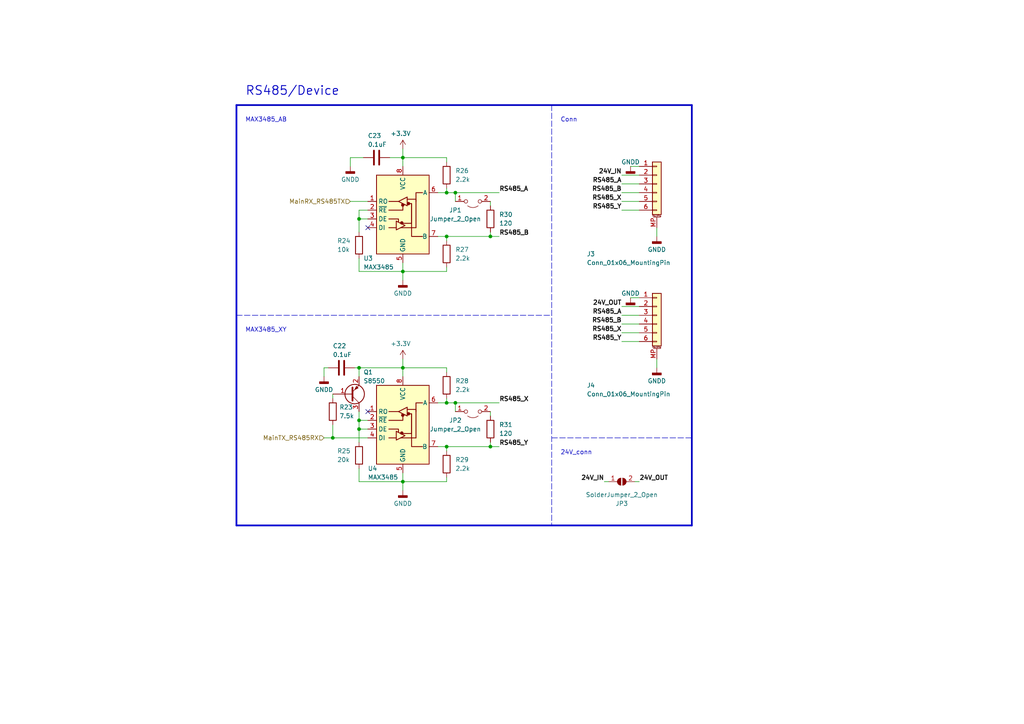
<source format=kicad_sch>
(kicad_sch (version 20230121) (generator eeschema)
  (paper "A4")
  (lib_symbols
    (symbol "Connector_Generic_MountingPin:Conn_01x06_MountingPin" (pin_names (offset 1.016) hide)
      (property "Reference" "J" (at 0 7.62 0))
      (property "Value" "Conn_01x06_MountingPin" (at 1.27 -10.16 0))
      (symbol "Conn_01x06_MountingPin_1_1"
        (rectangle (start -1.27 -7.493) (end 0 -7.747) (stroke (width 0.1524)))
        (rectangle (start -1.27 -4.953) (end 0 -5.207) (stroke (width 0.1524)))
        (rectangle (start -1.27 -2.413) (end 0 -2.667) (stroke (width 0.1524)))
        (rectangle (start -1.27 0.127) (end 0 -0.127) (stroke (width 0.1524)))
        (rectangle (start -1.27 2.667) (end 0 2.413) (stroke (width 0.1524)))
        (rectangle (start -1.27 5.207) (end 0 4.953) (stroke (width 0.1524)))
        (rectangle (start -1.27 6.35) (end 1.27 -8.89) (stroke (width 0.254)) (fill (type background)))
        (polyline (pts (xy -1.016 -9.652) (xy 1.016 -9.652)) (stroke (width 0.1524)))
        (text "Mounting" (at 0 -9.271 0) (effects (font (size 0.381 0.381))))
        (pin passive line (at -5.08 5.08 0) (length 3.81) (name "Pin_1") (number "1"))
        (pin passive line (at -5.08 2.54 0) (length 3.81) (name "Pin_2") (number "2"))
        (pin passive line (at -5.08 0 0) (length 3.81) (name "Pin_3") (number "3"))
        (pin passive line (at -5.08 -2.54 0) (length 3.81) (name "Pin_4") (number "4"))
        (pin passive line (at -5.08 -5.08 0) (length 3.81) (name "Pin_5") (number "5"))
        (pin passive line (at -5.08 -7.62 0) (length 3.81) (name "Pin_6") (number "6"))
        (pin passive line (at 0 -12.7 90) (length 3.048) (name "MountPin") (number "MP"))
      )
    )
    (symbol "Device:C" (pin_numbers hide) (pin_names (offset 0.254))
      (property "Reference" "C" (at 0.635 2.54 0))
      (property "Value" "C" (at 0.635 -2.54 0))
      (symbol "C_0_1"
        (polyline (pts (xy -2.032 -0.762) (xy 2.032 -0.762)) (stroke (width 0.508)))
        (polyline (pts (xy -2.032 0.762) (xy 2.032 0.762)) (stroke (width 0.508)))
      )
      (symbol "C_1_1"
        (pin passive line (at 0 3.81 270) (length 2.794) (name "~") (number "1"))
        (pin passive line (at 0 -3.81 90) (length 2.794) (name "~") (number "2"))
      )
    )
    (symbol "Device:Q_PNP_BEC" (pin_names (offset 0) hide)
      (property "Reference" "Q" (at 5.08 1.27 0))
      (property "Value" "Q_PNP_BEC" (at 5.08 -1.27 0))
      (symbol "Q_PNP_BEC_0_1"
        (polyline (pts (xy 0.635 0.635) (xy 2.54 2.54)))
        (polyline (pts (xy 0.635 -0.635) (xy 2.54 -2.54) (xy 2.54 -2.54)))
        (polyline (pts (xy 0.635 1.905) (xy 0.635 -1.905) (xy 0.635 -1.905)) (stroke (width 0.508)))
        (polyline (pts (xy 2.286 -1.778) (xy 1.778 -2.286) (xy 1.27 -1.27) (xy 2.286 -1.778) (xy 2.286 -1.778)) (fill (type outline)))
        (circle (center 1.27 0) (radius 2.8194) (stroke (width 0.254)))
      )
      (symbol "Q_PNP_BEC_1_1"
        (pin input line (at -5.08 0 0) (length 5.715) (name "B") (number "1"))
        (pin passive line (at 2.54 -5.08 90) (length 2.54) (name "E") (number "2"))
        (pin passive line (at 2.54 5.08 270) (length 2.54) (name "C") (number "3"))
      )
    )
    (symbol "Device:R" (pin_numbers hide) (pin_names (offset 0))
      (property "Reference" "R" (at 2.032 0 90))
      (property "Value" "R" (at 0 0 90))
      (symbol "R_0_1"
        (rectangle (start -1.016 -2.54) (end 1.016 2.54) (stroke (width 0.254)))
      )
      (symbol "R_1_1"
        (pin passive line (at 0 3.81 270) (length 1.27) (name "~") (number "1"))
        (pin passive line (at 0 -3.81 90) (length 1.27) (name "~") (number "2"))
      )
    )
    (symbol "Jumper:Jumper_2_Open" (pin_names (offset 0) hide)
      (property "Reference" "JP" (at 0 2.794 0))
      (property "Value" "Jumper_2_Open" (at 0 -2.286 0))
      (symbol "Jumper_2_Open_0_0"
        (circle (center -2.032 0) (radius 0.508))
        (circle (center 2.032 0) (radius 0.508))
      )
      (symbol "Jumper_2_Open_0_1"
        (arc (start 1.524 1.27) (mid 0 1.778) (end -1.524 1.27))
      )
      (symbol "Jumper_2_Open_1_1"
        (pin passive line (at -5.08 0 0) (length 2.54) (name "A") (number "1"))
        (pin passive line (at 5.08 0 180) (length 2.54) (name "B") (number "2"))
      )
    )
    (symbol "Jumper:SolderJumper_2_Open" (pin_names (offset 0) hide)
      (property "Reference" "JP" (at 0 2.032 0))
      (property "Value" "SolderJumper_2_Open" (at 0 -2.54 0))
      (symbol "SolderJumper_2_Open_0_1"
        (arc (start -0.254 1.016) (mid -1.2656 0) (end -0.254 -1.016))
        (arc (start -0.254 1.016) (mid -1.2656 0) (end -0.254 -1.016) (fill (type outline)))
        (polyline (pts (xy -0.254 1.016) (xy -0.254 -1.016)))
        (polyline (pts (xy 0.254 1.016) (xy 0.254 -1.016)))
        (arc (start 0.254 -1.016) (mid 1.2656 0) (end 0.254 1.016))
        (arc (start 0.254 -1.016) (mid 1.2656 0) (end 0.254 1.016) (fill (type outline)))
      )
      (symbol "SolderJumper_2_Open_1_1"
        (pin passive line (at -3.81 0 0) (length 2.54) (name "A") (number "1"))
        (pin passive line (at 3.81 0 180) (length 2.54) (name "B") (number "2"))
      )
    )
    (symbol "MAX3485_1"
      (property "Reference" "U?" (at 2.0194 15.24 0))
      (property "Value" "MAX3485" (at 2.0194 12.7 0))
      (symbol "MAX3485_1_0_1"
        (rectangle (start -7.62 10.16) (end 7.62 -12.7) (stroke (width 0.254)) (fill (type background)))
        (circle (center -0.3048 -3.683) (radius 0.3556) (stroke (width 0.254)) (fill (type outline)))
        (circle (center -0.0254 1.4986) (radius 0.3556) (stroke (width 0.254)) (fill (type outline)))
        (polyline (pts (xy -4.064 -5.08) (xy -1.905 -5.08)) (stroke (width 0.254)))
        (polyline (pts (xy -4.064 2.54) (xy -1.27 2.54)) (stroke (width 0.254)))
        (polyline (pts (xy -1.27 -3.2004) (xy -1.27 -3.4544)) (stroke (width 0.254)))
        (polyline (pts (xy -0.635 -5.08) (xy 3.81 -5.08)) (stroke (width 0.254)))
        (polyline (pts (xy -4.064 -2.54) (xy -1.27 -2.54) (xy -1.27 -3.175)) (stroke (width 0.254)))
        (polyline (pts (xy 0 1.27) (xy 0 0) (xy -4.064 0)) (stroke (width 0.254)))
        (polyline (pts (xy 1.27 3.175) (xy 3.81 3.175) (xy 3.81 -5.08)) (stroke (width 0.254)))
        (polyline (pts (xy 2.54 1.905) (xy 2.54 -3.81) (xy 0 -3.81)) (stroke (width 0.254)))
        (polyline (pts (xy -1.905 -3.175) (xy -1.905 -5.715) (xy 0.635 -4.445) (xy -1.905 -3.175)) (stroke (width 0.254)))
        (polyline (pts (xy -1.27 2.54) (xy 1.27 3.81) (xy 1.27 1.27) (xy -1.27 2.54)) (stroke (width 0.254)))
        (polyline (pts (xy 3.81 3.175) (xy 3.81 2.54) (xy 3.81 5.08) (xy 5.715 5.08)) (stroke (width 0.254)))
        (polyline (pts (xy 1.905 1.905) (xy 2.54 1.905) (xy 2.54 -3.81) (xy 2.54 -6.985) (xy 2.54 -7.62) (xy 5.08 -7.62) (xy 5.715 -7.62)) (stroke (width 0.254)))
        (rectangle (start 1.27 3.175) (end 1.27 3.175))
        (circle (center 1.651 1.905) (radius 0.3556) (stroke (width 0.254)) (fill (type outline)))
      )
      (symbol "MAX3485_1_1_1"
        (pin output line (at -10.16 2.54 0) (length 2.54) (name "RO") (number "1"))
        (pin input line (at -10.16 0 0) (length 2.54) (name "~{RE}") (number "2"))
        (pin input line (at -10.16 -2.54 0) (length 2.54) (name "DE") (number "3"))
        (pin input line (at -10.16 -5.08 0) (length 2.54) (name "DI") (number "4"))
        (pin power_in line (at 0 -15.24 90) (length 2.54) (name "GND") (number "5"))
        (pin bidirectional line (at 10.16 5.08 180) (length 2.54) (name "A") (number "6"))
        (pin bidirectional line (at 10.16 -7.62 180) (length 2.54) (name "B") (number "7"))
        (pin power_in line (at 0 12.7 270) (length 2.54) (name "VCC") (number "8"))
      )
    )
    (symbol "power:+3.3V" (power) (pin_names (offset 0))
      (property "Value" "+3.3V" (at 0 3.556 0))
      (symbol "+3.3V_0_1"
        (polyline (pts (xy -0.762 1.27) (xy 0 2.54)))
        (polyline (pts (xy 0 0) (xy 0 2.54)))
        (polyline (pts (xy 0 2.54) (xy 0.762 1.27)))
      )
      (symbol "+3.3V_1_1"
        (pin power_in line (at 0 0 90) (length 0) hide (name "+3.3V") (number "1"))
      )
    )
    (symbol "power:GNDD" (power) (pin_names (offset 0))
      (property "Value" "GNDD" (at 0 -3.175 0))
      (symbol "GNDD_0_1"
        (rectangle (start -1.27 -1.524) (end 1.27 -2.032) (stroke (width 0.254)) (fill (type outline)))
        (polyline (pts (xy 0 0) (xy 0 -1.524)))
      )
      (symbol "GNDD_1_1"
        (pin power_in line (at 0 0 270) (length 0) hide (name "GNDD") (number "1"))
      )
    )
  )
  (junction (at 129.54 116.84))
  (junction (at 142.24 129.54))
  (junction (at 116.84 78.74))
  (junction (at 129.54 55.88))
  (junction (at 129.54 68.58))
  (junction (at 142.24 68.58))
  (junction (at 129.54 129.54))
  (junction (at 104.14 63.5))
  (junction (at 116.84 45.72))
  (junction (at 104.14 106.68))
  (junction (at 116.84 106.68))
  (junction (at 132.08 116.84))
  (junction (at 96.52 127))
  (junction (at 104.14 124.46))
  (junction (at 132.08 55.88))
  (junction (at 116.84 139.7))
  (junction (at 104.14 121.92))
  (no_connect (at 106.68 119.38))
  (no_connect (at 106.68 66.04))
  (wire (pts (xy 116.84 139.7) (xy 129.54 139.7)))
  (wire (pts (xy 116.84 106.68) (xy 116.84 109.22)))
  (wire (pts (xy 116.84 139.7) (xy 116.84 142.24)))
  (wire (pts (xy 185.42 60.96) (xy 180.34 60.96)))
  (wire (pts (xy 93.98 106.68) (xy 95.25 106.68)))
  (polyline (pts (xy 68.58 91.44) (xy 160.02 91.44)) (stroke (width 0) (type dash)))
  (wire (pts (xy 116.84 137.16) (xy 116.84 139.7)))
  (wire (pts (xy 129.54 116.84) (xy 132.08 116.84)))
  (wire (pts (xy 132.08 116.84) (xy 132.08 119.38)))
  (wire (pts (xy 185.42 58.42) (xy 180.34 58.42)))
  (polyline (pts (xy 68.58 152.4) (xy 200.66 152.4)) (stroke (width 0.5) (type solid)))
  (wire (pts (xy 104.14 121.92) (xy 106.68 121.92)))
  (wire (pts (xy 104.14 109.22) (xy 104.14 106.68)))
  (wire (pts (xy 185.42 93.98) (xy 180.34 93.98)))
  (wire (pts (xy 185.42 91.44) (xy 180.34 91.44)))
  (wire (pts (xy 116.84 45.72) (xy 116.84 43.18)))
  (wire (pts (xy 142.24 129.54) (xy 144.78 129.54)))
  (wire (pts (xy 129.54 68.58) (xy 129.54 69.85)))
  (wire (pts (xy 184.15 139.7) (xy 185.42 139.7)))
  (wire (pts (xy 104.14 124.46) (xy 104.14 128.27)))
  (wire (pts (xy 104.14 139.7) (xy 116.84 139.7)))
  (wire (pts (xy 185.42 99.06) (xy 180.34 99.06)))
  (wire (pts (xy 142.24 128.27) (xy 142.24 129.54)))
  (wire (pts (xy 132.08 116.84) (xy 144.78 116.84)))
  (wire (pts (xy 104.14 63.5) (xy 104.14 67.31)))
  (wire (pts (xy 129.54 54.61) (xy 129.54 55.88)))
  (wire (pts (xy 104.14 60.96) (xy 106.68 60.96)))
  (wire (pts (xy 185.42 96.52) (xy 180.34 96.52)))
  (wire (pts (xy 185.42 55.88) (xy 180.34 55.88)))
  (wire (pts (xy 101.6 58.42) (xy 106.68 58.42)))
  (wire (pts (xy 104.14 121.92) (xy 104.14 124.46)))
  (polyline (pts (xy 160.02 127) (xy 200.66 127)) (stroke (width 0) (type dash)))
  (wire (pts (xy 127 55.88) (xy 129.54 55.88)))
  (wire (pts (xy 180.34 88.9) (xy 185.42 88.9)))
  (wire (pts (xy 129.54 115.57) (xy 129.54 116.84)))
  (wire (pts (xy 132.08 55.88) (xy 144.78 55.88)))
  (wire (pts (xy 104.14 124.46) (xy 106.68 124.46)))
  (polyline (pts (xy 68.58 30.48) (xy 68.58 152.4)) (stroke (width 0.5) (type solid)))
  (wire (pts (xy 129.54 55.88) (xy 132.08 55.88)))
  (wire (pts (xy 142.24 68.58) (xy 144.78 68.58)))
  (wire (pts (xy 190.5 104.14) (xy 190.5 106.68)))
  (wire (pts (xy 116.84 45.72) (xy 129.54 45.72)))
  (wire (pts (xy 101.6 45.72) (xy 105.41 45.72)))
  (polyline (pts (xy 200.66 30.48) (xy 68.58 30.48)) (stroke (width 0.5) (type solid)))
  (wire (pts (xy 185.42 86.36) (xy 182.88 86.36)))
  (wire (pts (xy 104.14 60.96) (xy 104.14 63.5)))
  (wire (pts (xy 129.54 68.58) (xy 142.24 68.58)))
  (wire (pts (xy 116.84 106.68) (xy 116.84 104.14)))
  (wire (pts (xy 93.98 109.22) (xy 93.98 106.68)))
  (wire (pts (xy 129.54 129.54) (xy 142.24 129.54)))
  (wire (pts (xy 185.42 48.26) (xy 182.88 48.26)))
  (wire (pts (xy 129.54 106.68) (xy 129.54 107.95)))
  (wire (pts (xy 129.54 77.47) (xy 129.54 78.74)))
  (wire (pts (xy 93.98 127) (xy 96.52 127)))
  (wire (pts (xy 104.14 74.93) (xy 104.14 78.74)))
  (polyline (pts (xy 200.66 152.4) (xy 200.66 30.48)) (stroke (width 0.5) (type solid)))
  (wire (pts (xy 142.24 58.42) (xy 142.24 59.69)))
  (wire (pts (xy 127 116.84) (xy 129.54 116.84)))
  (wire (pts (xy 104.14 119.38) (xy 104.14 121.92)))
  (wire (pts (xy 142.24 119.38) (xy 142.24 120.65)))
  (wire (pts (xy 129.54 129.54) (xy 129.54 130.81)))
  (wire (pts (xy 127 68.58) (xy 129.54 68.58)))
  (wire (pts (xy 190.5 66.04) (xy 190.5 68.58)))
  (wire (pts (xy 116.84 78.74) (xy 129.54 78.74)))
  (wire (pts (xy 116.84 76.2) (xy 116.84 78.74)))
  (wire (pts (xy 116.84 45.72) (xy 116.84 48.26)))
  (wire (pts (xy 180.34 50.8) (xy 185.42 50.8)))
  (wire (pts (xy 101.6 48.26) (xy 101.6 45.72)))
  (wire (pts (xy 116.84 78.74) (xy 116.84 81.28)))
  (wire (pts (xy 104.14 135.89) (xy 104.14 139.7)))
  (wire (pts (xy 102.87 106.68) (xy 104.14 106.68)))
  (wire (pts (xy 96.52 114.3) (xy 96.52 115.57)))
  (wire (pts (xy 185.42 53.34) (xy 180.34 53.34)))
  (wire (pts (xy 127 129.54) (xy 129.54 129.54)))
  (wire (pts (xy 104.14 106.68) (xy 116.84 106.68)))
  (wire (pts (xy 113.03 45.72) (xy 116.84 45.72)))
  (wire (pts (xy 175.26 139.7) (xy 176.53 139.7)))
  (wire (pts (xy 129.54 45.72) (xy 129.54 46.99)))
  (wire (pts (xy 116.84 106.68) (xy 129.54 106.68)))
  (wire (pts (xy 129.54 138.43) (xy 129.54 139.7)))
  (wire (pts (xy 142.24 67.31) (xy 142.24 68.58)))
  (wire (pts (xy 132.08 55.88) (xy 132.08 58.42)))
  (wire (pts (xy 104.14 63.5) (xy 106.68 63.5)))
  (wire (pts (xy 96.52 123.19) (xy 96.52 127)))
  (wire (pts (xy 104.14 78.74) (xy 116.84 78.74)))
  (wire (pts (xy 96.52 127) (xy 106.68 127)))
  (rectangle (start 160.02 30.48) (end 160.02 152.4) (stroke (width 0) (type dash)))
  (text "Conn" (at 162.56 35.56 0) (effects (font (size 1.27 1.27)) (justify left bottom)))
  (text "RS485/Device" (at 71.12 27.94 0) (effects (font (size 2.54 2.54) (thickness 0.254) bold) (justify left bottom)))
  (text "MAX3485_XY" (at 71.12 96.52 0) (effects (font (size 1.27 1.27)) (justify left bottom)))
  (text "24V_conn" (at 162.56 132.08 0) (effects (font (size 1.27 1.27)) (justify left bottom)))
  (text "MAX3485_AB" (at 71.12 35.56 0) (effects (font (size 1.27 1.27)) (justify left bottom)))
  (label "RS485_B" (at 144.78 68.58 0) (effects (font (thickness 0.254) bold)))
  (label "RS485_A" (at 180.34 53.34 180) (effects (font (thickness 0.254) bold)))
  (label "RS485_A" (at 144.78 55.88 0) (effects (font (thickness 0.254) bold)))
  (label "RS485_X" (at 144.78 116.84 0) (effects (font (thickness 0.254) bold)))
  (label "RS485_Y" (at 144.78 129.54 0) (effects (font (thickness 0.254) bold)))
  (label "RS485_Y" (at 180.34 60.96 180) (effects (font (thickness 0.254) bold)))
  (label "RS485_X" (at 180.34 96.52 180) (effects (font (thickness 0.254) bold)))
  (label "24V_IN" (at 175.26 139.7 180) (effects (font (thickness 0.254) bold)))
  (label "RS485_A" (at 180.34 91.44 180) (effects (font (thickness 0.254) bold)))
  (label "24V_OUT" (at 180.34 88.9 180) (effects (font (thickness 0.254) bold)))
  (label "RS485_X" (at 180.34 58.42 180) (effects (font (thickness 0.254) bold)))
  (label "24V_IN" (at 180.34 50.8 180) (effects (font (thickness 0.254) bold)))
  (label "24V_OUT" (at 185.42 139.7 0) (effects (font (thickness 0.254) bold)))
  (label "RS485_B" (at 180.34 55.88 180) (effects (font (thickness 0.254) bold)))
  (label "RS485_B" (at 180.34 93.98 180) (effects (font (thickness 0.254) bold)))
  (label "RS485_Y" (at 180.34 99.06 180) (effects (font (thickness 0.254) bold)))
  (hierarchical_label "MainRX_RS485TX" (shape input) (at 101.6 58.42 180))
  (hierarchical_label "MainTX_RS485RX" (shape input) (at 93.98 127 180))
  (symbol (lib_id "Device:C") (at 109.22 45.72 270) (mirror x) (unit 1)
    (property "Reference" "C23" (at 106.68 39.37 90) (effects (justify left)))
    (property "Value" "0.1uF" (at 106.68 41.91 90) (effects (justify left)))
    (property "Footprint" "Capacitor_SMD:C_0402_1005Metric" (effects hide))
  )
  (symbol (lib_id "Jumper:Jumper_2_Open") (at 137.16 58.42 0) (mirror x) (unit 1)
    (property "Reference" "JP1" (at 132.08 60.96 0))
    (property "Value" "Jumper_2_Open" (at 132.08 63.5 0))
    (property "Footprint" "Connector_PinHeader_2.54mm:PinHeader_1x02_P2.54mm_Vertical" (effects hide))
  )
  (symbol (lib_id "power:GNDD") (at 182.88 48.26 0) (unit 1)
    (property "Reference" "#PWR049" (effects hide))
    (property "Value" "GNDD" (at 182.88 46.99 0))
  )
  (symbol (lib_id "Device:C") (at 99.06 106.68 270) (mirror x) (unit 1)
    (property "Reference" "C22" (at 96.52 100.33 90) (effects (justify left)))
    (property "Value" "0.1uF" (at 96.52 102.87 90) (effects (justify left)))
    (property "Footprint" "Capacitor_SMD:C_0402_1005Metric" (effects hide))
  )
  (symbol (lib_id "power:GNDD") (at 93.98 109.22 0) (unit 1)
    (property "Reference" "#PWR043" (effects hide))
    (property "Value" "GNDD" (at 93.98 113.03 0))
  )
  (symbol (lib_id "power:GNDD") (at 182.88 86.36 0) (unit 1)
    (property "Reference" "#PWR050" (effects hide))
    (property "Value" "GNDD" (at 182.88 85.09 0))
  )
  (symbol (lib_id "power:GNDD") (at 101.6 48.26 0) (unit 1)
    (property "Reference" "#PWR044" (effects hide))
    (property "Value" "GNDD" (at 101.6 52.07 0))
  )
  (symbol (lib_id "Device:R") (at 129.54 134.62 0) (unit 1)
    (property "Reference" "R29" (at 132.08 133.3499 0) (effects (justify left)))
    (property "Value" "2.2k" (at 132.08 135.8899 0) (effects (justify left)))
    (property "Footprint" "Resistor_SMD:R_0402_1005Metric" (effects hide))
  )
  (symbol (lib_id "power:+3.3V") (at 116.84 104.14 0) (unit 1)
    (property "Reference" "#PWR047" (effects hide))
    (property "Value" "+3.3V" (at 116.205 99.695 0))
  )
  (symbol (lib_id "Device:R") (at 129.54 111.76 0) (unit 1)
    (property "Reference" "R28" (at 132.08 110.4899 0) (effects (justify left)))
    (property "Value" "2.2k" (at 132.08 113.0299 0) (effects (justify left)))
    (property "Footprint" "Resistor_SMD:R_0402_1005Metric" (effects hide))
  )
  (symbol (lib_id "Connector_Generic_MountingPin:Conn_01x06_MountingPin") (at 190.5 53.34 0) (unit 1)
    (property "Reference" "J3" (at 170.18 73.66 0) (effects (justify left)))
    (property "Value" "Conn_01x06_MountingPin" (at 170.18 76.2 0) (effects (justify left)))
    (property "Footprint" "Connector_Molex:Molex_PicoBlade_53261-0671_1x06-1MP_P1.25mm_Horizontal" (effects hide))
  )
  (symbol (lib_id "Device:R") (at 129.54 73.66 0) (unit 1)
    (property "Reference" "R27" (at 132.08 72.3899 0) (effects (justify left)))
    (property "Value" "2.2k" (at 132.08 74.9299 0) (effects (justify left)))
    (property "Footprint" "Resistor_SMD:R_0402_1005Metric" (effects hide))
  )
  (symbol (lib_id "Device:R") (at 142.24 124.46 0) (unit 1)
    (property "Reference" "R31" (at 144.78 123.1899 0) (effects (justify left)))
    (property "Value" "120" (at 144.78 125.7299 0) (effects (justify left)))
    (property "Footprint" "Resistor_SMD:R_0402_1005Metric" (effects hide))
  )
  (symbol (lib_id "Jumper:Jumper_2_Open") (at 137.16 119.38 0) (mirror x) (unit 1)
    (property "Reference" "JP2" (at 132.08 121.92 0))
    (property "Value" "Jumper_2_Open" (at 132.08 124.46 0))
    (property "Footprint" "Connector_PinHeader_2.54mm:PinHeader_1x02_P2.54mm_Vertical" (effects hide))
  )
  (symbol (lib_name "MAX3485_1") (lib_id "Interface_UART:MAX3485") (at 116.84 121.92 0) (unit 1)
    (property "Reference" "U4" (at 106.68 135.89 0) (effects (justify left)))
    (property "Value" "MAX3485" (at 106.68 138.43 0) (effects (justify left)))
    (property "Footprint" "Package_SO:SOP-8_3.9x4.9mm_P1.27mm" (effects hide))
    (property "Datasheet" "https://datasheets.maximintegrated.com/en/ds/MAX3483-MAX3491.pdf" (effects hide))
  )
  (symbol (lib_id "power:GNDD") (at 190.5 68.58 0) (unit 1)
    (property "Reference" "#PWR051" (effects hide))
    (property "Value" "GNDD" (at 190.5 72.39 0))
  )
  (symbol (lib_id "Connector_Generic_MountingPin:Conn_01x06_MountingPin") (at 190.5 91.44 0) (unit 1)
    (property "Reference" "J4" (at 170.18 111.76 0) (effects (justify left)))
    (property "Value" "Conn_01x06_MountingPin" (at 170.18 114.3 0) (effects (justify left)))
    (property "Footprint" "Connector_Molex:Molex_PicoBlade_53261-0671_1x06-1MP_P1.25mm_Horizontal" (effects hide))
  )
  (symbol (lib_id "power:GNDD") (at 116.84 142.24 0) (unit 1)
    (property "Reference" "#PWR048" (effects hide))
    (property "Value" "GNDD" (at 116.84 146.05 0))
  )
  (symbol (lib_id "power:GNDD") (at 116.84 81.28 0) (unit 1)
    (property "Reference" "#PWR046" (effects hide))
    (property "Value" "GNDD" (at 116.84 85.09 0))
  )
  (symbol (lib_id "Device:R") (at 129.54 50.8 0) (unit 1)
    (property "Reference" "R26" (at 132.08 49.5299 0) (effects (justify left)))
    (property "Value" "2.2k" (at 132.08 52.0699 0) (effects (justify left)))
    (property "Footprint" "Resistor_SMD:R_0402_1005Metric" (effects hide))
  )
  (symbol (lib_id "power:GNDD") (at 190.5 106.68 0) (unit 1)
    (property "Reference" "#PWR052" (effects hide))
    (property "Value" "GNDD" (at 190.5 110.49 0))
  )
  (symbol (lib_id "Jumper:SolderJumper_2_Open") (at 180.34 139.7 0) (mirror x) (unit 1)
    (property "Reference" "JP3" (at 180.34 146.05 0))
    (property "Value" "SolderJumper_2_Open" (at 180.34 143.51 0))
    (property "Footprint" "Jumper:SolderJumper-2_P1.3mm_Open_TrianglePad1.0x1.5mm" (effects hide))
  )
  (symbol (lib_id "Device:R") (at 142.24 63.5 0) (unit 1)
    (property "Reference" "R30" (at 144.78 62.2299 0) (effects (justify left)))
    (property "Value" "120" (at 144.78 64.7699 0) (effects (justify left)))
    (property "Footprint" "Resistor_SMD:R_0402_1005Metric" (effects hide))
  )
  (symbol (lib_id "Device:Q_PNP_BEC") (at 101.6 114.3 0) (mirror x) (unit 1)
    (property "Reference" "Q1" (at 105.41 107.95 0) (effects (justify left)))
    (property "Value" "S8550" (at 105.41 110.49 0) (effects (justify left)))
    (property "Footprint" "Package_TO_SOT_SMD:SOT-23" (effects hide))
  )
  (symbol (lib_name "MAX3485_1") (lib_id "Interface_UART:MAX3485") (at 116.84 60.96 0) (unit 1)
    (property "Reference" "U3" (at 105.41 74.93 0) (effects (justify left)))
    (property "Value" "MAX3485" (at 105.41 77.47 0) (effects (justify left)))
    (property "Footprint" "Package_SO:SOP-8_3.9x4.9mm_P1.27mm" (effects hide))
    (property "Datasheet" "https://datasheets.maximintegrated.com/en/ds/MAX3483-MAX3491.pdf" (effects hide))
  )
  (symbol (lib_id "Device:R") (at 96.52 119.38 0) (unit 1)
    (property "Reference" "R23" (at 98.425 118.1099 0) (effects (justify left)))
    (property "Value" "7.5k" (at 98.425 120.6499 0) (effects (justify left)))
    (property "Footprint" "Resistor_SMD:R_0603_1608Metric" (effects hide))
  )
  (symbol (lib_id "Device:R") (at 104.14 132.08 0) (unit 1)
    (property "Reference" "R25" (at 97.79 130.81 0) (effects (justify left)))
    (property "Value" "20k" (at 97.79 133.35 0) (effects (justify left)))
    (property "Footprint" "Resistor_SMD:R_0402_1005Metric" (effects hide))
  )
  (symbol (lib_id "power:+3.3V") (at 116.84 43.18 0) (unit 1)
    (property "Reference" "#PWR045" (effects hide))
    (property "Value" "+3.3V" (at 116.205 38.735 0))
  )
  (symbol (lib_id "Device:R") (at 104.14 71.12 0) (unit 1)
    (property "Reference" "R24" (at 97.79 69.85 0) (effects (justify left)))
    (property "Value" "10k" (at 97.79 72.39 0) (effects (justify left)))
    (property "Footprint" "Resistor_SMD:R_0402_1005Metric" (effects hide))
  )
)
</source>
